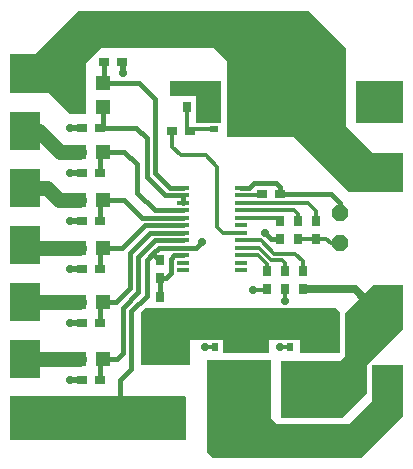
<source format=gbr>
G04 EAGLE Gerber RS-274X export*
G75*
%MOMM*%
%FSLAX34Y34*%
%LPD*%
%INTop Copper*%
%IPPOS*%
%AMOC8*
5,1,8,0,0,1.08239X$1,22.5*%
G01*
%ADD10R,1.000000X0.330000*%
%ADD11R,1.200000X1.300000*%
%ADD12R,2.540000X3.302000*%
%ADD13R,0.900000X0.800000*%
%ADD14R,0.800000X0.900000*%
%ADD15R,3.200000X1.800000*%
%ADD16R,0.500000X0.650000*%
%ADD17R,0.500000X0.550000*%
%ADD18R,4.600000X4.120000*%
%ADD19R,0.500000X0.500000*%
%ADD20R,0.650000X0.500000*%
%ADD21P,1.429621X8X292.500000*%
%ADD22C,0.381000*%
%ADD23C,0.508000*%
%ADD24C,0.711200*%
%ADD25C,1.270000*%
%ADD26C,0.304800*%
%ADD27C,0.635000*%

G36*
X335285Y275589D02*
X335285Y275589D01*
X335285Y275590D01*
X335285Y308610D01*
X335281Y308615D01*
X335280Y308615D01*
X309628Y308615D01*
X287025Y331218D01*
X287025Y397510D01*
X287023Y397512D01*
X287024Y397514D01*
X255528Y429010D01*
X255525Y429010D01*
X255524Y429011D01*
X60706Y429011D01*
X60704Y429009D01*
X60702Y429010D01*
X24128Y392435D01*
X2540Y392435D01*
X2535Y392431D01*
X2536Y392430D01*
X2535Y392430D01*
X2535Y359410D01*
X2540Y359405D01*
X35558Y359405D01*
X53336Y341626D01*
X53339Y341626D01*
X53340Y341625D01*
X67310Y341625D01*
X67315Y341629D01*
X67315Y341630D01*
X67315Y384808D01*
X80012Y397505D01*
X175258Y397505D01*
X186685Y386078D01*
X186685Y322580D01*
X186689Y322575D01*
X186690Y322575D01*
X243076Y322575D01*
X290064Y275586D01*
X290067Y275586D01*
X290068Y275585D01*
X335280Y275585D01*
X335285Y275589D01*
G37*
G36*
X300738Y50797D02*
X300738Y50797D01*
X300740Y50796D01*
X335792Y85848D01*
X335792Y85851D01*
X335793Y85852D01*
X335793Y129032D01*
X335789Y129037D01*
X335788Y129037D01*
X309372Y129037D01*
X309367Y129033D01*
X309367Y129032D01*
X309367Y98554D01*
X290574Y79761D01*
X228602Y79761D01*
X223525Y84838D01*
X223525Y133604D01*
X223521Y133609D01*
X223520Y133609D01*
X169164Y133609D01*
X169159Y133605D01*
X169159Y133604D01*
X169159Y55880D01*
X169161Y55878D01*
X169160Y55876D01*
X174240Y50796D01*
X174243Y50796D01*
X174244Y50795D01*
X300736Y50795D01*
X300738Y50797D01*
G37*
G36*
X155453Y129539D02*
X155453Y129539D01*
X155453Y129540D01*
X155453Y150617D01*
X182875Y150617D01*
X182875Y139700D01*
X182879Y139695D01*
X182880Y139695D01*
X221996Y139695D01*
X222001Y139699D01*
X222001Y139700D01*
X222001Y150617D01*
X247899Y150617D01*
X247899Y139700D01*
X247903Y139695D01*
X247904Y139695D01*
X281940Y139695D01*
X281945Y139699D01*
X281945Y139700D01*
X281945Y174244D01*
X281943Y174246D01*
X281944Y174248D01*
X278388Y177804D01*
X278385Y177804D01*
X278384Y177805D01*
X117348Y177805D01*
X117346Y177803D01*
X117344Y177804D01*
X113280Y173740D01*
X113280Y173738D01*
X113280Y173737D01*
X113279Y173736D01*
X113279Y129540D01*
X113283Y129535D01*
X113284Y129535D01*
X155448Y129535D01*
X155453Y129539D01*
G37*
G36*
X284736Y84833D02*
X284736Y84833D01*
X284738Y84832D01*
X305312Y105406D01*
X305312Y105409D01*
X305313Y105410D01*
X305313Y129284D01*
X335792Y159762D01*
X335792Y159764D01*
X335792Y159765D01*
X335793Y159766D01*
X335793Y197104D01*
X335789Y197109D01*
X335788Y197109D01*
X309880Y197109D01*
X309878Y197107D01*
X309876Y197108D01*
X286000Y173232D01*
X286000Y173229D01*
X285999Y173228D01*
X285999Y137416D01*
X281684Y133101D01*
X232156Y133101D01*
X232151Y133097D01*
X232151Y133096D01*
X232151Y84836D01*
X232155Y84831D01*
X232156Y84831D01*
X284734Y84831D01*
X284736Y84833D01*
G37*
G36*
X151897Y65531D02*
X151897Y65531D01*
X151897Y65532D01*
X151897Y102108D01*
X151895Y102110D01*
X151896Y102112D01*
X150880Y103128D01*
X150877Y103128D01*
X150876Y103129D01*
X2540Y103129D01*
X2535Y103125D01*
X2536Y103124D01*
X2535Y103124D01*
X2535Y65532D01*
X2540Y65527D01*
X151892Y65527D01*
X151897Y65531D01*
G37*
G36*
X335285Y334009D02*
X335285Y334009D01*
X335285Y334010D01*
X335285Y369570D01*
X335281Y369575D01*
X335280Y369575D01*
X295910Y369575D01*
X295905Y369571D01*
X295905Y369570D01*
X295905Y334010D01*
X295909Y334005D01*
X295910Y334005D01*
X335280Y334005D01*
X335285Y334009D01*
G37*
G36*
X181615Y334009D02*
X181615Y334009D01*
X181615Y334010D01*
X181615Y369570D01*
X181611Y369575D01*
X181610Y369575D01*
X138430Y369575D01*
X138425Y369571D01*
X138425Y369570D01*
X138425Y356870D01*
X138429Y356865D01*
X138430Y356865D01*
X160015Y356865D01*
X160015Y334010D01*
X160019Y334005D01*
X160020Y334005D01*
X181610Y334005D01*
X181615Y334009D01*
G37*
D10*
X148860Y279400D03*
X148860Y273050D03*
X148860Y266700D03*
X148860Y260350D03*
X148860Y254000D03*
X148860Y247650D03*
X148860Y241300D03*
X148860Y234950D03*
X148860Y228600D03*
X148860Y222250D03*
X148860Y215900D03*
X148860Y209550D03*
X198360Y279400D03*
X198360Y273050D03*
X198360Y266700D03*
X198360Y260350D03*
X198360Y254000D03*
X198360Y247650D03*
X198360Y241300D03*
X198360Y234950D03*
X198360Y228600D03*
X198360Y222250D03*
X198360Y215900D03*
X198360Y209550D03*
D11*
X60960Y368300D03*
X81280Y368300D03*
D12*
X322580Y350520D03*
X322580Y180340D03*
D13*
X97790Y386080D03*
X82550Y386080D03*
X63500Y330200D03*
X78740Y330200D03*
X63500Y292100D03*
X78740Y292100D03*
X63500Y251460D03*
X78740Y251460D03*
X63500Y210820D03*
X78740Y210820D03*
X63500Y165100D03*
X78740Y165100D03*
D11*
X60960Y347980D03*
X81280Y347980D03*
X60960Y309880D03*
X81280Y309880D03*
X60960Y269240D03*
X81280Y269240D03*
X60960Y228600D03*
X81280Y228600D03*
X60960Y182880D03*
X81280Y182880D03*
X60960Y134620D03*
X81280Y134620D03*
D13*
X63500Y116840D03*
X78740Y116840D03*
D14*
X129286Y171958D03*
X129286Y187198D03*
X129286Y218440D03*
X129286Y203200D03*
D13*
X215900Y274320D03*
X231140Y274320D03*
D15*
X132080Y138998D03*
X132080Y82998D03*
D12*
X15240Y86360D03*
X15240Y134620D03*
X15240Y182880D03*
X15240Y231140D03*
X15240Y279400D03*
X15240Y327660D03*
X322580Y292100D03*
D14*
X231140Y236220D03*
X231140Y251460D03*
D16*
X214630Y144390D03*
X201930Y144390D03*
X189230Y144390D03*
X176530Y144390D03*
D17*
X176530Y88890D03*
X189230Y88890D03*
X201930Y88890D03*
X214630Y88890D03*
D18*
X195580Y112240D03*
D19*
X207800Y347980D03*
D20*
X175650Y367030D03*
X175650Y354330D03*
X175650Y341630D03*
X175650Y328930D03*
D13*
X139700Y327660D03*
X154940Y327660D03*
D14*
X152400Y347980D03*
X152400Y363220D03*
D16*
X278130Y144390D03*
X265430Y144390D03*
X252730Y144390D03*
X240030Y144390D03*
D17*
X240030Y88890D03*
X252730Y88890D03*
X265430Y88890D03*
X278130Y88890D03*
D18*
X259080Y112240D03*
D14*
X235204Y193548D03*
X235204Y208788D03*
X219964Y193548D03*
X219964Y208788D03*
X250444Y193548D03*
X250444Y208788D03*
X246380Y236220D03*
X246380Y251460D03*
X261620Y236220D03*
X261620Y251460D03*
D21*
X281940Y257810D03*
X281940Y232410D03*
D12*
X322580Y111760D03*
X15240Y375920D03*
D22*
X78740Y370840D02*
X81280Y368300D01*
X112014Y368300D01*
X137922Y279400D02*
X148860Y279400D01*
X125476Y354838D02*
X112014Y368300D01*
X125476Y354838D02*
X125476Y291846D01*
X137922Y279400D01*
X82550Y369570D02*
X82550Y386080D01*
X82550Y369570D02*
X81280Y368300D01*
X148860Y273050D02*
X148860Y266700D01*
X148860Y273050D02*
X133858Y273050D01*
X118364Y288544D02*
X118364Y321564D01*
X109728Y330200D01*
X81026Y330200D01*
X78740Y330200D01*
X118364Y288544D02*
X133858Y273050D01*
X81280Y330454D02*
X81280Y347980D01*
X81280Y330454D02*
X81026Y330200D01*
X125222Y260350D02*
X148860Y260350D01*
X110236Y275336D02*
X110236Y299212D01*
X99568Y309880D01*
X81280Y309880D01*
X110236Y275336D02*
X125222Y260350D01*
X78740Y292100D02*
X78740Y307340D01*
X81280Y309880D01*
X114300Y254000D02*
X148860Y254000D01*
X99060Y269240D02*
X81280Y269240D01*
X99060Y269240D02*
X114300Y254000D01*
X78740Y251460D02*
X78740Y266700D01*
X81280Y269240D01*
X81280Y228600D02*
X78740Y226060D01*
X78740Y210820D01*
X81280Y228600D02*
X97790Y228600D01*
X116840Y247650D02*
X148860Y247650D01*
X116840Y247650D02*
X97790Y228600D01*
X92456Y182880D02*
X81280Y182880D01*
X121158Y241300D02*
X148860Y241300D01*
X104394Y194818D02*
X92456Y182880D01*
X104394Y194818D02*
X104394Y224536D01*
X121158Y241300D01*
X81280Y182880D02*
X78740Y180340D01*
X78740Y165100D01*
X81280Y134620D02*
X78740Y132080D01*
X78740Y116840D01*
X81280Y134620D02*
X93472Y134620D01*
X125081Y234950D02*
X148860Y234950D01*
X98044Y139192D02*
X93472Y134620D01*
X98044Y139192D02*
X98044Y178054D01*
X111252Y191262D01*
X111252Y221121D01*
X125081Y234950D01*
X105156Y174752D02*
X105156Y125984D01*
X96012Y116840D01*
X96012Y99568D01*
X105156Y174752D02*
X118364Y187960D01*
X118364Y218440D01*
X123952Y224028D01*
X128524Y228600D01*
X148860Y228600D01*
X129286Y218440D02*
X123952Y223774D01*
X123952Y224028D01*
X198360Y279400D02*
X205232Y279400D01*
X231140Y279908D02*
X231140Y274320D01*
X209296Y283464D02*
X205232Y279400D01*
X209296Y283464D02*
X227584Y283464D01*
X231140Y279908D01*
D23*
X98044Y385826D02*
X97790Y386080D01*
X98044Y385826D02*
X98044Y376936D01*
D24*
X98044Y376936D03*
D23*
X63500Y330200D02*
X53594Y330200D01*
D24*
X53594Y330200D03*
D23*
X63500Y292100D02*
X62992Y291592D01*
X53594Y291592D01*
D24*
X53594Y291592D03*
D23*
X63500Y251460D02*
X62992Y250952D01*
X53594Y250952D01*
D24*
X53594Y250952D03*
D23*
X53594Y210820D02*
X63500Y210820D01*
D24*
X53594Y210820D03*
D23*
X53594Y165100D02*
X63500Y165100D01*
D24*
X53594Y165100D03*
D23*
X53594Y116840D02*
X63500Y116840D01*
D24*
X53594Y116840D03*
X58420Y97790D03*
X73660Y97790D03*
X88900Y97790D03*
X58420Y85090D03*
X73660Y85090D03*
X88900Y85090D03*
X58420Y72390D03*
X73660Y72390D03*
X88900Y72390D03*
D22*
X223774Y236220D02*
X231140Y236220D01*
X223774Y236220D02*
X218440Y241554D01*
D24*
X218440Y241554D03*
D22*
X281940Y257810D02*
X281940Y266700D01*
X274320Y274320D02*
X231140Y274320D01*
X274320Y274320D02*
X281940Y266700D01*
X160020Y228600D02*
X148860Y228600D01*
D24*
X165100Y233680D03*
D22*
X160020Y228600D01*
D25*
X27432Y327660D02*
X15240Y327660D01*
X45212Y309880D02*
X60960Y309880D01*
X45212Y309880D02*
X27432Y327660D01*
X34036Y279400D02*
X15240Y279400D01*
X44196Y269240D02*
X60960Y269240D01*
X44196Y269240D02*
X34036Y279400D01*
X15240Y231140D02*
X17780Y228600D01*
X60960Y228600D01*
X60960Y182880D02*
X15240Y182880D01*
X15240Y134620D02*
X60960Y134620D01*
D22*
X129286Y187198D02*
X129286Y203200D01*
X134620Y203200D01*
X141478Y222250D02*
X148860Y222250D01*
X138684Y207264D02*
X134620Y203200D01*
X138684Y207264D02*
X138684Y219456D01*
X141478Y222250D01*
D26*
X198360Y273050D02*
X214630Y273050D01*
X215900Y274320D01*
X228600Y254000D02*
X231140Y251460D01*
X228600Y254000D02*
X198360Y254000D01*
X154940Y327660D02*
X152400Y330200D01*
X152400Y347980D01*
X156210Y328930D02*
X154940Y327660D01*
X156210Y328930D02*
X175650Y328930D01*
X139700Y327660D02*
X139700Y314198D01*
X147066Y306832D02*
X168402Y306832D01*
X178308Y296926D01*
X183134Y241300D02*
X198360Y241300D01*
X147066Y306832D02*
X139700Y314198D01*
X178308Y296926D02*
X178308Y246126D01*
X183134Y241300D01*
D24*
X165100Y361950D03*
X165100Y351790D03*
X165100Y341630D03*
X142240Y363220D03*
X302260Y365252D03*
X302260Y356362D03*
X302260Y346964D03*
X302260Y338328D03*
D26*
X240030Y144390D02*
X231784Y144390D01*
X231648Y144526D01*
D24*
X231648Y144526D03*
X235458Y183388D03*
D26*
X235458Y193294D01*
X235204Y193548D01*
X176530Y144390D02*
X168030Y144390D01*
X167894Y144526D01*
D24*
X167894Y144526D03*
X208026Y192532D03*
D26*
X218948Y192532D01*
X219964Y193548D01*
X219964Y208788D02*
X219964Y214884D01*
X212598Y222250D02*
X198360Y222250D01*
X212598Y222250D02*
X219964Y214884D01*
X235204Y215900D02*
X235204Y208788D01*
X213868Y228600D02*
X198360Y228600D01*
X213868Y228600D02*
X224028Y218440D01*
X232664Y218440D01*
X235204Y215900D01*
X215392Y234950D02*
X198360Y234950D01*
X215392Y234950D02*
X226568Y223774D01*
X250444Y217170D02*
X250444Y208788D01*
X243840Y223774D02*
X226568Y223774D01*
X243840Y223774D02*
X250444Y217170D01*
D27*
X250444Y193548D02*
X294640Y193548D01*
X307848Y180340D02*
X322580Y180340D01*
X307848Y180340D02*
X294640Y193548D01*
D26*
X254762Y266700D02*
X198360Y266700D01*
X261620Y259842D02*
X261620Y251460D01*
X261620Y259842D02*
X254762Y266700D01*
X243078Y260350D02*
X198360Y260350D01*
X246380Y257048D02*
X246380Y251460D01*
X246380Y257048D02*
X243078Y260350D01*
X246380Y236220D02*
X261620Y236220D01*
X270256Y236220D01*
X274066Y232410D02*
X281940Y232410D01*
X274066Y232410D02*
X270256Y236220D01*
M02*

</source>
